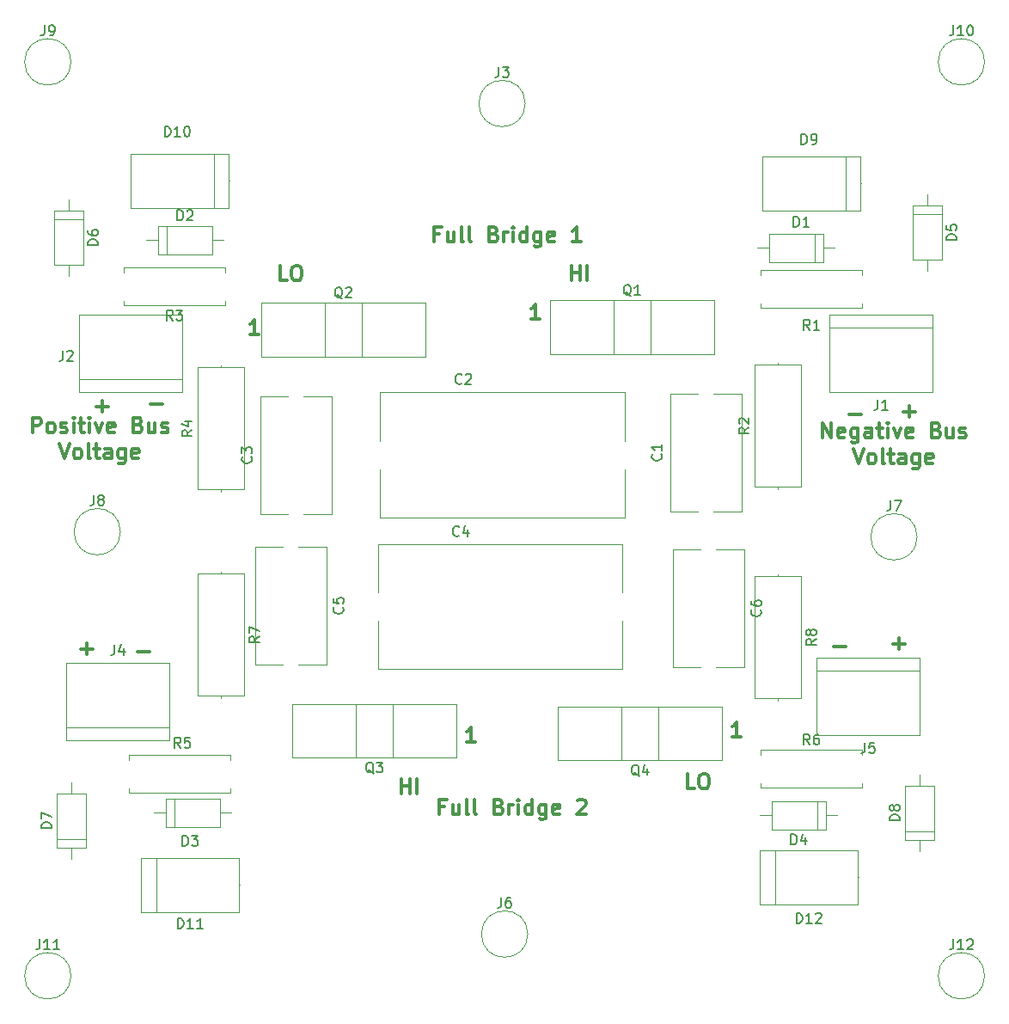
<source format=gbr>
G04 #@! TF.FileFunction,Legend,Top*
%FSLAX46Y46*%
G04 Gerber Fmt 4.6, Leading zero omitted, Abs format (unit mm)*
G04 Created by KiCad (PCBNEW 4.0.7) date 03/03/18 10:21:41*
%MOMM*%
%LPD*%
G01*
G04 APERTURE LIST*
%ADD10C,0.100000*%
%ADD11C,0.300000*%
%ADD12C,0.120000*%
%ADD13C,0.150000*%
G04 APERTURE END LIST*
D10*
D11*
X128968572Y-84689143D02*
X130111429Y-84689143D01*
X54800572Y-83927143D02*
X55943429Y-83927143D01*
X55372000Y-84498571D02*
X55372000Y-83355714D01*
X60134572Y-83673143D02*
X61277429Y-83673143D01*
X53276572Y-107803143D02*
X54419429Y-107803143D01*
X53848000Y-108374571D02*
X53848000Y-107231714D01*
X58864572Y-108057143D02*
X60007429Y-108057143D01*
X133286572Y-107295143D02*
X134429429Y-107295143D01*
X133858000Y-107866571D02*
X133858000Y-106723714D01*
X127444572Y-107549143D02*
X128587429Y-107549143D01*
X134302572Y-84435143D02*
X135445429Y-84435143D01*
X134874000Y-85006571D02*
X134874000Y-83863714D01*
X98472572Y-75354571D02*
X97615429Y-75354571D01*
X98044001Y-75354571D02*
X98044001Y-73854571D01*
X97901144Y-74068857D01*
X97758286Y-74211714D01*
X97615429Y-74283143D01*
X70786572Y-76878571D02*
X69929429Y-76878571D01*
X70358001Y-76878571D02*
X70358001Y-75378571D01*
X70215144Y-75592857D01*
X70072286Y-75735714D01*
X69929429Y-75807143D01*
X118284572Y-116502571D02*
X117427429Y-116502571D01*
X117856001Y-116502571D02*
X117856001Y-115002571D01*
X117713144Y-115216857D01*
X117570286Y-115359714D01*
X117427429Y-115431143D01*
X92122572Y-117010571D02*
X91265429Y-117010571D01*
X91694001Y-117010571D02*
X91694001Y-115510571D01*
X91551144Y-115724857D01*
X91408286Y-115867714D01*
X91265429Y-115939143D01*
X84812286Y-122090571D02*
X84812286Y-120590571D01*
X84812286Y-121304857D02*
X85669429Y-121304857D01*
X85669429Y-122090571D02*
X85669429Y-120590571D01*
X86383715Y-122090571D02*
X86383715Y-120590571D01*
X113724572Y-121582571D02*
X113010286Y-121582571D01*
X113010286Y-120082571D01*
X114510286Y-120082571D02*
X114796000Y-120082571D01*
X114938858Y-120154000D01*
X115081715Y-120296857D01*
X115153143Y-120582571D01*
X115153143Y-121082571D01*
X115081715Y-121368286D01*
X114938858Y-121511143D01*
X114796000Y-121582571D01*
X114510286Y-121582571D01*
X114367429Y-121511143D01*
X114224572Y-121368286D01*
X114153143Y-121082571D01*
X114153143Y-120582571D01*
X114224572Y-120296857D01*
X114367429Y-120154000D01*
X114510286Y-120082571D01*
X101576286Y-71544571D02*
X101576286Y-70044571D01*
X101576286Y-70758857D02*
X102433429Y-70758857D01*
X102433429Y-71544571D02*
X102433429Y-70044571D01*
X103147715Y-71544571D02*
X103147715Y-70044571D01*
X73592572Y-71544571D02*
X72878286Y-71544571D01*
X72878286Y-70044571D01*
X74378286Y-70044571D02*
X74664000Y-70044571D01*
X74806858Y-70116000D01*
X74949715Y-70258857D01*
X75021143Y-70544571D01*
X75021143Y-71044571D01*
X74949715Y-71330286D01*
X74806858Y-71473143D01*
X74664000Y-71544571D01*
X74378286Y-71544571D01*
X74235429Y-71473143D01*
X74092572Y-71330286D01*
X74021143Y-71044571D01*
X74021143Y-70544571D01*
X74092572Y-70258857D01*
X74235429Y-70116000D01*
X74378286Y-70044571D01*
X89079430Y-123336857D02*
X88579430Y-123336857D01*
X88579430Y-124122571D02*
X88579430Y-122622571D01*
X89293716Y-122622571D01*
X90508001Y-123122571D02*
X90508001Y-124122571D01*
X89865144Y-123122571D02*
X89865144Y-123908286D01*
X89936572Y-124051143D01*
X90079430Y-124122571D01*
X90293715Y-124122571D01*
X90436572Y-124051143D01*
X90508001Y-123979714D01*
X91436573Y-124122571D02*
X91293715Y-124051143D01*
X91222287Y-123908286D01*
X91222287Y-122622571D01*
X92222287Y-124122571D02*
X92079429Y-124051143D01*
X92008001Y-123908286D01*
X92008001Y-122622571D01*
X94436572Y-123336857D02*
X94650858Y-123408286D01*
X94722286Y-123479714D01*
X94793715Y-123622571D01*
X94793715Y-123836857D01*
X94722286Y-123979714D01*
X94650858Y-124051143D01*
X94508000Y-124122571D01*
X93936572Y-124122571D01*
X93936572Y-122622571D01*
X94436572Y-122622571D01*
X94579429Y-122694000D01*
X94650858Y-122765429D01*
X94722286Y-122908286D01*
X94722286Y-123051143D01*
X94650858Y-123194000D01*
X94579429Y-123265429D01*
X94436572Y-123336857D01*
X93936572Y-123336857D01*
X95436572Y-124122571D02*
X95436572Y-123122571D01*
X95436572Y-123408286D02*
X95508000Y-123265429D01*
X95579429Y-123194000D01*
X95722286Y-123122571D01*
X95865143Y-123122571D01*
X96365143Y-124122571D02*
X96365143Y-123122571D01*
X96365143Y-122622571D02*
X96293714Y-122694000D01*
X96365143Y-122765429D01*
X96436571Y-122694000D01*
X96365143Y-122622571D01*
X96365143Y-122765429D01*
X97722286Y-124122571D02*
X97722286Y-122622571D01*
X97722286Y-124051143D02*
X97579429Y-124122571D01*
X97293715Y-124122571D01*
X97150857Y-124051143D01*
X97079429Y-123979714D01*
X97008000Y-123836857D01*
X97008000Y-123408286D01*
X97079429Y-123265429D01*
X97150857Y-123194000D01*
X97293715Y-123122571D01*
X97579429Y-123122571D01*
X97722286Y-123194000D01*
X99079429Y-123122571D02*
X99079429Y-124336857D01*
X99008000Y-124479714D01*
X98936572Y-124551143D01*
X98793715Y-124622571D01*
X98579429Y-124622571D01*
X98436572Y-124551143D01*
X99079429Y-124051143D02*
X98936572Y-124122571D01*
X98650858Y-124122571D01*
X98508000Y-124051143D01*
X98436572Y-123979714D01*
X98365143Y-123836857D01*
X98365143Y-123408286D01*
X98436572Y-123265429D01*
X98508000Y-123194000D01*
X98650858Y-123122571D01*
X98936572Y-123122571D01*
X99079429Y-123194000D01*
X100365143Y-124051143D02*
X100222286Y-124122571D01*
X99936572Y-124122571D01*
X99793715Y-124051143D01*
X99722286Y-123908286D01*
X99722286Y-123336857D01*
X99793715Y-123194000D01*
X99936572Y-123122571D01*
X100222286Y-123122571D01*
X100365143Y-123194000D01*
X100436572Y-123336857D01*
X100436572Y-123479714D01*
X99722286Y-123622571D01*
X102150857Y-122765429D02*
X102222286Y-122694000D01*
X102365143Y-122622571D01*
X102722286Y-122622571D01*
X102865143Y-122694000D01*
X102936572Y-122765429D01*
X103008000Y-122908286D01*
X103008000Y-123051143D01*
X102936572Y-123265429D01*
X102079429Y-124122571D01*
X103008000Y-124122571D01*
X88571430Y-66948857D02*
X88071430Y-66948857D01*
X88071430Y-67734571D02*
X88071430Y-66234571D01*
X88785716Y-66234571D01*
X90000001Y-66734571D02*
X90000001Y-67734571D01*
X89357144Y-66734571D02*
X89357144Y-67520286D01*
X89428572Y-67663143D01*
X89571430Y-67734571D01*
X89785715Y-67734571D01*
X89928572Y-67663143D01*
X90000001Y-67591714D01*
X90928573Y-67734571D02*
X90785715Y-67663143D01*
X90714287Y-67520286D01*
X90714287Y-66234571D01*
X91714287Y-67734571D02*
X91571429Y-67663143D01*
X91500001Y-67520286D01*
X91500001Y-66234571D01*
X93928572Y-66948857D02*
X94142858Y-67020286D01*
X94214286Y-67091714D01*
X94285715Y-67234571D01*
X94285715Y-67448857D01*
X94214286Y-67591714D01*
X94142858Y-67663143D01*
X94000000Y-67734571D01*
X93428572Y-67734571D01*
X93428572Y-66234571D01*
X93928572Y-66234571D01*
X94071429Y-66306000D01*
X94142858Y-66377429D01*
X94214286Y-66520286D01*
X94214286Y-66663143D01*
X94142858Y-66806000D01*
X94071429Y-66877429D01*
X93928572Y-66948857D01*
X93428572Y-66948857D01*
X94928572Y-67734571D02*
X94928572Y-66734571D01*
X94928572Y-67020286D02*
X95000000Y-66877429D01*
X95071429Y-66806000D01*
X95214286Y-66734571D01*
X95357143Y-66734571D01*
X95857143Y-67734571D02*
X95857143Y-66734571D01*
X95857143Y-66234571D02*
X95785714Y-66306000D01*
X95857143Y-66377429D01*
X95928571Y-66306000D01*
X95857143Y-66234571D01*
X95857143Y-66377429D01*
X97214286Y-67734571D02*
X97214286Y-66234571D01*
X97214286Y-67663143D02*
X97071429Y-67734571D01*
X96785715Y-67734571D01*
X96642857Y-67663143D01*
X96571429Y-67591714D01*
X96500000Y-67448857D01*
X96500000Y-67020286D01*
X96571429Y-66877429D01*
X96642857Y-66806000D01*
X96785715Y-66734571D01*
X97071429Y-66734571D01*
X97214286Y-66806000D01*
X98571429Y-66734571D02*
X98571429Y-67948857D01*
X98500000Y-68091714D01*
X98428572Y-68163143D01*
X98285715Y-68234571D01*
X98071429Y-68234571D01*
X97928572Y-68163143D01*
X98571429Y-67663143D02*
X98428572Y-67734571D01*
X98142858Y-67734571D01*
X98000000Y-67663143D01*
X97928572Y-67591714D01*
X97857143Y-67448857D01*
X97857143Y-67020286D01*
X97928572Y-66877429D01*
X98000000Y-66806000D01*
X98142858Y-66734571D01*
X98428572Y-66734571D01*
X98571429Y-66806000D01*
X99857143Y-67663143D02*
X99714286Y-67734571D01*
X99428572Y-67734571D01*
X99285715Y-67663143D01*
X99214286Y-67520286D01*
X99214286Y-66948857D01*
X99285715Y-66806000D01*
X99428572Y-66734571D01*
X99714286Y-66734571D01*
X99857143Y-66806000D01*
X99928572Y-66948857D01*
X99928572Y-67091714D01*
X99214286Y-67234571D01*
X102500000Y-67734571D02*
X101642857Y-67734571D01*
X102071429Y-67734571D02*
X102071429Y-66234571D01*
X101928572Y-66448857D01*
X101785714Y-66591714D01*
X101642857Y-66663143D01*
X126314286Y-87033571D02*
X126314286Y-85533571D01*
X127171429Y-87033571D01*
X127171429Y-85533571D01*
X128457143Y-86962143D02*
X128314286Y-87033571D01*
X128028572Y-87033571D01*
X127885715Y-86962143D01*
X127814286Y-86819286D01*
X127814286Y-86247857D01*
X127885715Y-86105000D01*
X128028572Y-86033571D01*
X128314286Y-86033571D01*
X128457143Y-86105000D01*
X128528572Y-86247857D01*
X128528572Y-86390714D01*
X127814286Y-86533571D01*
X129814286Y-86033571D02*
X129814286Y-87247857D01*
X129742857Y-87390714D01*
X129671429Y-87462143D01*
X129528572Y-87533571D01*
X129314286Y-87533571D01*
X129171429Y-87462143D01*
X129814286Y-86962143D02*
X129671429Y-87033571D01*
X129385715Y-87033571D01*
X129242857Y-86962143D01*
X129171429Y-86890714D01*
X129100000Y-86747857D01*
X129100000Y-86319286D01*
X129171429Y-86176429D01*
X129242857Y-86105000D01*
X129385715Y-86033571D01*
X129671429Y-86033571D01*
X129814286Y-86105000D01*
X131171429Y-87033571D02*
X131171429Y-86247857D01*
X131100000Y-86105000D01*
X130957143Y-86033571D01*
X130671429Y-86033571D01*
X130528572Y-86105000D01*
X131171429Y-86962143D02*
X131028572Y-87033571D01*
X130671429Y-87033571D01*
X130528572Y-86962143D01*
X130457143Y-86819286D01*
X130457143Y-86676429D01*
X130528572Y-86533571D01*
X130671429Y-86462143D01*
X131028572Y-86462143D01*
X131171429Y-86390714D01*
X131671429Y-86033571D02*
X132242858Y-86033571D01*
X131885715Y-85533571D02*
X131885715Y-86819286D01*
X131957143Y-86962143D01*
X132100001Y-87033571D01*
X132242858Y-87033571D01*
X132742858Y-87033571D02*
X132742858Y-86033571D01*
X132742858Y-85533571D02*
X132671429Y-85605000D01*
X132742858Y-85676429D01*
X132814286Y-85605000D01*
X132742858Y-85533571D01*
X132742858Y-85676429D01*
X133314287Y-86033571D02*
X133671430Y-87033571D01*
X134028572Y-86033571D01*
X135171429Y-86962143D02*
X135028572Y-87033571D01*
X134742858Y-87033571D01*
X134600001Y-86962143D01*
X134528572Y-86819286D01*
X134528572Y-86247857D01*
X134600001Y-86105000D01*
X134742858Y-86033571D01*
X135028572Y-86033571D01*
X135171429Y-86105000D01*
X135242858Y-86247857D01*
X135242858Y-86390714D01*
X134528572Y-86533571D01*
X137528572Y-86247857D02*
X137742858Y-86319286D01*
X137814286Y-86390714D01*
X137885715Y-86533571D01*
X137885715Y-86747857D01*
X137814286Y-86890714D01*
X137742858Y-86962143D01*
X137600000Y-87033571D01*
X137028572Y-87033571D01*
X137028572Y-85533571D01*
X137528572Y-85533571D01*
X137671429Y-85605000D01*
X137742858Y-85676429D01*
X137814286Y-85819286D01*
X137814286Y-85962143D01*
X137742858Y-86105000D01*
X137671429Y-86176429D01*
X137528572Y-86247857D01*
X137028572Y-86247857D01*
X139171429Y-86033571D02*
X139171429Y-87033571D01*
X138528572Y-86033571D02*
X138528572Y-86819286D01*
X138600000Y-86962143D01*
X138742858Y-87033571D01*
X138957143Y-87033571D01*
X139100000Y-86962143D01*
X139171429Y-86890714D01*
X139814286Y-86962143D02*
X139957143Y-87033571D01*
X140242858Y-87033571D01*
X140385715Y-86962143D01*
X140457143Y-86819286D01*
X140457143Y-86747857D01*
X140385715Y-86605000D01*
X140242858Y-86533571D01*
X140028572Y-86533571D01*
X139885715Y-86462143D01*
X139814286Y-86319286D01*
X139814286Y-86247857D01*
X139885715Y-86105000D01*
X140028572Y-86033571D01*
X140242858Y-86033571D01*
X140385715Y-86105000D01*
X129350000Y-88083571D02*
X129850000Y-89583571D01*
X130350000Y-88083571D01*
X131064286Y-89583571D02*
X130921428Y-89512143D01*
X130850000Y-89440714D01*
X130778571Y-89297857D01*
X130778571Y-88869286D01*
X130850000Y-88726429D01*
X130921428Y-88655000D01*
X131064286Y-88583571D01*
X131278571Y-88583571D01*
X131421428Y-88655000D01*
X131492857Y-88726429D01*
X131564286Y-88869286D01*
X131564286Y-89297857D01*
X131492857Y-89440714D01*
X131421428Y-89512143D01*
X131278571Y-89583571D01*
X131064286Y-89583571D01*
X132421429Y-89583571D02*
X132278571Y-89512143D01*
X132207143Y-89369286D01*
X132207143Y-88083571D01*
X132778571Y-88583571D02*
X133350000Y-88583571D01*
X132992857Y-88083571D02*
X132992857Y-89369286D01*
X133064285Y-89512143D01*
X133207143Y-89583571D01*
X133350000Y-89583571D01*
X134492857Y-89583571D02*
X134492857Y-88797857D01*
X134421428Y-88655000D01*
X134278571Y-88583571D01*
X133992857Y-88583571D01*
X133850000Y-88655000D01*
X134492857Y-89512143D02*
X134350000Y-89583571D01*
X133992857Y-89583571D01*
X133850000Y-89512143D01*
X133778571Y-89369286D01*
X133778571Y-89226429D01*
X133850000Y-89083571D01*
X133992857Y-89012143D01*
X134350000Y-89012143D01*
X134492857Y-88940714D01*
X135850000Y-88583571D02*
X135850000Y-89797857D01*
X135778571Y-89940714D01*
X135707143Y-90012143D01*
X135564286Y-90083571D01*
X135350000Y-90083571D01*
X135207143Y-90012143D01*
X135850000Y-89512143D02*
X135707143Y-89583571D01*
X135421429Y-89583571D01*
X135278571Y-89512143D01*
X135207143Y-89440714D01*
X135135714Y-89297857D01*
X135135714Y-88869286D01*
X135207143Y-88726429D01*
X135278571Y-88655000D01*
X135421429Y-88583571D01*
X135707143Y-88583571D01*
X135850000Y-88655000D01*
X137135714Y-89512143D02*
X136992857Y-89583571D01*
X136707143Y-89583571D01*
X136564286Y-89512143D01*
X136492857Y-89369286D01*
X136492857Y-88797857D01*
X136564286Y-88655000D01*
X136707143Y-88583571D01*
X136992857Y-88583571D01*
X137135714Y-88655000D01*
X137207143Y-88797857D01*
X137207143Y-88940714D01*
X136492857Y-89083571D01*
X48475143Y-86525571D02*
X48475143Y-85025571D01*
X49046571Y-85025571D01*
X49189429Y-85097000D01*
X49260857Y-85168429D01*
X49332286Y-85311286D01*
X49332286Y-85525571D01*
X49260857Y-85668429D01*
X49189429Y-85739857D01*
X49046571Y-85811286D01*
X48475143Y-85811286D01*
X50189429Y-86525571D02*
X50046571Y-86454143D01*
X49975143Y-86382714D01*
X49903714Y-86239857D01*
X49903714Y-85811286D01*
X49975143Y-85668429D01*
X50046571Y-85597000D01*
X50189429Y-85525571D01*
X50403714Y-85525571D01*
X50546571Y-85597000D01*
X50618000Y-85668429D01*
X50689429Y-85811286D01*
X50689429Y-86239857D01*
X50618000Y-86382714D01*
X50546571Y-86454143D01*
X50403714Y-86525571D01*
X50189429Y-86525571D01*
X51260857Y-86454143D02*
X51403714Y-86525571D01*
X51689429Y-86525571D01*
X51832286Y-86454143D01*
X51903714Y-86311286D01*
X51903714Y-86239857D01*
X51832286Y-86097000D01*
X51689429Y-86025571D01*
X51475143Y-86025571D01*
X51332286Y-85954143D01*
X51260857Y-85811286D01*
X51260857Y-85739857D01*
X51332286Y-85597000D01*
X51475143Y-85525571D01*
X51689429Y-85525571D01*
X51832286Y-85597000D01*
X52546572Y-86525571D02*
X52546572Y-85525571D01*
X52546572Y-85025571D02*
X52475143Y-85097000D01*
X52546572Y-85168429D01*
X52618000Y-85097000D01*
X52546572Y-85025571D01*
X52546572Y-85168429D01*
X53046572Y-85525571D02*
X53618001Y-85525571D01*
X53260858Y-85025571D02*
X53260858Y-86311286D01*
X53332286Y-86454143D01*
X53475144Y-86525571D01*
X53618001Y-86525571D01*
X54118001Y-86525571D02*
X54118001Y-85525571D01*
X54118001Y-85025571D02*
X54046572Y-85097000D01*
X54118001Y-85168429D01*
X54189429Y-85097000D01*
X54118001Y-85025571D01*
X54118001Y-85168429D01*
X54689430Y-85525571D02*
X55046573Y-86525571D01*
X55403715Y-85525571D01*
X56546572Y-86454143D02*
X56403715Y-86525571D01*
X56118001Y-86525571D01*
X55975144Y-86454143D01*
X55903715Y-86311286D01*
X55903715Y-85739857D01*
X55975144Y-85597000D01*
X56118001Y-85525571D01*
X56403715Y-85525571D01*
X56546572Y-85597000D01*
X56618001Y-85739857D01*
X56618001Y-85882714D01*
X55903715Y-86025571D01*
X58903715Y-85739857D02*
X59118001Y-85811286D01*
X59189429Y-85882714D01*
X59260858Y-86025571D01*
X59260858Y-86239857D01*
X59189429Y-86382714D01*
X59118001Y-86454143D01*
X58975143Y-86525571D01*
X58403715Y-86525571D01*
X58403715Y-85025571D01*
X58903715Y-85025571D01*
X59046572Y-85097000D01*
X59118001Y-85168429D01*
X59189429Y-85311286D01*
X59189429Y-85454143D01*
X59118001Y-85597000D01*
X59046572Y-85668429D01*
X58903715Y-85739857D01*
X58403715Y-85739857D01*
X60546572Y-85525571D02*
X60546572Y-86525571D01*
X59903715Y-85525571D02*
X59903715Y-86311286D01*
X59975143Y-86454143D01*
X60118001Y-86525571D01*
X60332286Y-86525571D01*
X60475143Y-86454143D01*
X60546572Y-86382714D01*
X61189429Y-86454143D02*
X61332286Y-86525571D01*
X61618001Y-86525571D01*
X61760858Y-86454143D01*
X61832286Y-86311286D01*
X61832286Y-86239857D01*
X61760858Y-86097000D01*
X61618001Y-86025571D01*
X61403715Y-86025571D01*
X61260858Y-85954143D01*
X61189429Y-85811286D01*
X61189429Y-85739857D01*
X61260858Y-85597000D01*
X61403715Y-85525571D01*
X61618001Y-85525571D01*
X61760858Y-85597000D01*
X51118000Y-87575571D02*
X51618000Y-89075571D01*
X52118000Y-87575571D01*
X52832286Y-89075571D02*
X52689428Y-89004143D01*
X52618000Y-88932714D01*
X52546571Y-88789857D01*
X52546571Y-88361286D01*
X52618000Y-88218429D01*
X52689428Y-88147000D01*
X52832286Y-88075571D01*
X53046571Y-88075571D01*
X53189428Y-88147000D01*
X53260857Y-88218429D01*
X53332286Y-88361286D01*
X53332286Y-88789857D01*
X53260857Y-88932714D01*
X53189428Y-89004143D01*
X53046571Y-89075571D01*
X52832286Y-89075571D01*
X54189429Y-89075571D02*
X54046571Y-89004143D01*
X53975143Y-88861286D01*
X53975143Y-87575571D01*
X54546571Y-88075571D02*
X55118000Y-88075571D01*
X54760857Y-87575571D02*
X54760857Y-88861286D01*
X54832285Y-89004143D01*
X54975143Y-89075571D01*
X55118000Y-89075571D01*
X56260857Y-89075571D02*
X56260857Y-88289857D01*
X56189428Y-88147000D01*
X56046571Y-88075571D01*
X55760857Y-88075571D01*
X55618000Y-88147000D01*
X56260857Y-89004143D02*
X56118000Y-89075571D01*
X55760857Y-89075571D01*
X55618000Y-89004143D01*
X55546571Y-88861286D01*
X55546571Y-88718429D01*
X55618000Y-88575571D01*
X55760857Y-88504143D01*
X56118000Y-88504143D01*
X56260857Y-88432714D01*
X57618000Y-88075571D02*
X57618000Y-89289857D01*
X57546571Y-89432714D01*
X57475143Y-89504143D01*
X57332286Y-89575571D01*
X57118000Y-89575571D01*
X56975143Y-89504143D01*
X57618000Y-89004143D02*
X57475143Y-89075571D01*
X57189429Y-89075571D01*
X57046571Y-89004143D01*
X56975143Y-88932714D01*
X56903714Y-88789857D01*
X56903714Y-88361286D01*
X56975143Y-88218429D01*
X57046571Y-88147000D01*
X57189429Y-88075571D01*
X57475143Y-88075571D01*
X57618000Y-88147000D01*
X58903714Y-89004143D02*
X58760857Y-89075571D01*
X58475143Y-89075571D01*
X58332286Y-89004143D01*
X58260857Y-88861286D01*
X58260857Y-88289857D01*
X58332286Y-88147000D01*
X58475143Y-88075571D01*
X58760857Y-88075571D01*
X58903714Y-88147000D01*
X58975143Y-88289857D01*
X58975143Y-88432714D01*
X58260857Y-88575571D01*
D12*
X116412000Y-118783000D02*
X100272000Y-118783000D01*
X116412000Y-113512000D02*
X100272000Y-113512000D01*
X116412000Y-118783000D02*
X116412000Y-113512000D01*
X100272000Y-118783000D02*
X100272000Y-113512000D01*
X110146000Y-118783000D02*
X110146000Y-113512000D01*
X106537000Y-118783000D02*
X106537000Y-113512000D01*
X111298000Y-94282000D02*
X111298000Y-82662000D01*
X118318000Y-94282000D02*
X118318000Y-82662000D01*
X111298000Y-94282000D02*
X114058000Y-94282000D01*
X115558000Y-94282000D02*
X118318000Y-94282000D01*
X111298000Y-82662000D02*
X114058000Y-82662000D01*
X115558000Y-82662000D02*
X118318000Y-82662000D01*
X106798000Y-94878000D02*
X82678000Y-94878000D01*
X106798000Y-82558000D02*
X82678000Y-82558000D01*
X106798000Y-94878000D02*
X106798000Y-90113000D01*
X106798000Y-87323000D02*
X106798000Y-82558000D01*
X82678000Y-94878000D02*
X82678000Y-90113000D01*
X82678000Y-87323000D02*
X82678000Y-82558000D01*
X70912000Y-94536000D02*
X70912000Y-82916000D01*
X77932000Y-94536000D02*
X77932000Y-82916000D01*
X70912000Y-94536000D02*
X73672000Y-94536000D01*
X75172000Y-94536000D02*
X77932000Y-94536000D01*
X70912000Y-82916000D02*
X73672000Y-82916000D01*
X75172000Y-82916000D02*
X77932000Y-82916000D01*
X82502000Y-97472000D02*
X106622000Y-97472000D01*
X82502000Y-109792000D02*
X106622000Y-109792000D01*
X82502000Y-97472000D02*
X82502000Y-102237000D01*
X82502000Y-105027000D02*
X82502000Y-109792000D01*
X106622000Y-97472000D02*
X106622000Y-102237000D01*
X106622000Y-105027000D02*
X106622000Y-109792000D01*
X77424000Y-97742000D02*
X77424000Y-109362000D01*
X70404000Y-97742000D02*
X70404000Y-109362000D01*
X77424000Y-97742000D02*
X74664000Y-97742000D01*
X73164000Y-97742000D02*
X70404000Y-97742000D01*
X77424000Y-109362000D02*
X74664000Y-109362000D01*
X73164000Y-109362000D02*
X70404000Y-109362000D01*
X118572000Y-97996000D02*
X118572000Y-109616000D01*
X111552000Y-97996000D02*
X111552000Y-109616000D01*
X118572000Y-97996000D02*
X115812000Y-97996000D01*
X114312000Y-97996000D02*
X111552000Y-97996000D01*
X118572000Y-109616000D02*
X115812000Y-109616000D01*
X114312000Y-109616000D02*
X111552000Y-109616000D01*
X127000000Y-76200000D02*
X137160000Y-76200000D01*
X127000000Y-74930000D02*
X127000000Y-82550000D01*
X127000000Y-82550000D02*
X137160000Y-82550000D01*
X137160000Y-82550000D02*
X137160000Y-74930000D01*
X137160000Y-74930000D02*
X127000000Y-74930000D01*
X63246000Y-81280000D02*
X53086000Y-81280000D01*
X63246000Y-82550000D02*
X63246000Y-74930000D01*
X63246000Y-74930000D02*
X53086000Y-74930000D01*
X53086000Y-74930000D02*
X53086000Y-82550000D01*
X53086000Y-82550000D02*
X63246000Y-82550000D01*
X97028000Y-54102000D02*
G75*
G03X97028000Y-54102000I-2286000J0D01*
G01*
X61976000Y-115570000D02*
X51816000Y-115570000D01*
X61976000Y-116840000D02*
X61976000Y-109220000D01*
X61976000Y-109220000D02*
X51816000Y-109220000D01*
X51816000Y-109220000D02*
X51816000Y-116840000D01*
X51816000Y-116840000D02*
X61976000Y-116840000D01*
X125730000Y-109982000D02*
X135890000Y-109982000D01*
X125730000Y-108712000D02*
X125730000Y-116332000D01*
X125730000Y-116332000D02*
X135890000Y-116332000D01*
X135890000Y-116332000D02*
X135890000Y-108712000D01*
X135890000Y-108712000D02*
X125730000Y-108712000D01*
X97282000Y-135890000D02*
G75*
G03X97282000Y-135890000I-2286000J0D01*
G01*
X135636000Y-96774000D02*
G75*
G03X135636000Y-96774000I-2286000J0D01*
G01*
X57150000Y-96266000D02*
G75*
G03X57150000Y-96266000I-2286000J0D01*
G01*
X99488000Y-73495000D02*
X115628000Y-73495000D01*
X99488000Y-78766000D02*
X115628000Y-78766000D01*
X99488000Y-73495000D02*
X99488000Y-78766000D01*
X115628000Y-73495000D02*
X115628000Y-78766000D01*
X105754000Y-73495000D02*
X105754000Y-78766000D01*
X109363000Y-73495000D02*
X109363000Y-78766000D01*
X71040000Y-73749000D02*
X87180000Y-73749000D01*
X71040000Y-79020000D02*
X87180000Y-79020000D01*
X71040000Y-73749000D02*
X71040000Y-79020000D01*
X87180000Y-73749000D02*
X87180000Y-79020000D01*
X77306000Y-73749000D02*
X77306000Y-79020000D01*
X80915000Y-73749000D02*
X80915000Y-79020000D01*
X90250000Y-118529000D02*
X74110000Y-118529000D01*
X90250000Y-113258000D02*
X74110000Y-113258000D01*
X90250000Y-118529000D02*
X90250000Y-113258000D01*
X74110000Y-118529000D02*
X74110000Y-113258000D01*
X83984000Y-118529000D02*
X83984000Y-113258000D01*
X80375000Y-118529000D02*
X80375000Y-113258000D01*
X119610000Y-91862000D02*
X124230000Y-91862000D01*
X124230000Y-91862000D02*
X124230000Y-79842000D01*
X124230000Y-79842000D02*
X119610000Y-79842000D01*
X119610000Y-79842000D02*
X119610000Y-91862000D01*
X121920000Y-92092000D02*
X121920000Y-91862000D01*
X121920000Y-79612000D02*
X121920000Y-79842000D01*
X64746000Y-92116000D02*
X69366000Y-92116000D01*
X69366000Y-92116000D02*
X69366000Y-80096000D01*
X69366000Y-80096000D02*
X64746000Y-80096000D01*
X64746000Y-80096000D02*
X64746000Y-92116000D01*
X67056000Y-92346000D02*
X67056000Y-92116000D01*
X67056000Y-79866000D02*
X67056000Y-80096000D01*
X69366000Y-100416000D02*
X64746000Y-100416000D01*
X64746000Y-100416000D02*
X64746000Y-112436000D01*
X64746000Y-112436000D02*
X69366000Y-112436000D01*
X69366000Y-112436000D02*
X69366000Y-100416000D01*
X67056000Y-100186000D02*
X67056000Y-100416000D01*
X67056000Y-112666000D02*
X67056000Y-112436000D01*
X124230000Y-100670000D02*
X119610000Y-100670000D01*
X119610000Y-100670000D02*
X119610000Y-112690000D01*
X119610000Y-112690000D02*
X124230000Y-112690000D01*
X124230000Y-112690000D02*
X124230000Y-100670000D01*
X121920000Y-100440000D02*
X121920000Y-100670000D01*
X121920000Y-112920000D02*
X121920000Y-112690000D01*
X52286000Y-50000000D02*
G75*
G03X52286000Y-50000000I-2286000J0D01*
G01*
X142286000Y-50000000D02*
G75*
G03X142286000Y-50000000I-2286000J0D01*
G01*
X52286000Y-140000000D02*
G75*
G03X52286000Y-140000000I-2286000J0D01*
G01*
X142286000Y-140000000D02*
G75*
G03X142286000Y-140000000I-2286000J0D01*
G01*
X53480000Y-64650000D02*
X50660000Y-64650000D01*
X50660000Y-64650000D02*
X50660000Y-69970000D01*
X50660000Y-69970000D02*
X53480000Y-69970000D01*
X53480000Y-69970000D02*
X53480000Y-64650000D01*
X52070000Y-63510000D02*
X52070000Y-64650000D01*
X52070000Y-71110000D02*
X52070000Y-69970000D01*
X53480000Y-65490000D02*
X50660000Y-65490000D01*
X134480000Y-126612000D02*
X137300000Y-126612000D01*
X137300000Y-126612000D02*
X137300000Y-121292000D01*
X137300000Y-121292000D02*
X134480000Y-121292000D01*
X134480000Y-121292000D02*
X134480000Y-126612000D01*
X135890000Y-127752000D02*
X135890000Y-126612000D01*
X135890000Y-120152000D02*
X135890000Y-121292000D01*
X134480000Y-125772000D02*
X137300000Y-125772000D01*
X50914000Y-127374000D02*
X53734000Y-127374000D01*
X53734000Y-127374000D02*
X53734000Y-122054000D01*
X53734000Y-122054000D02*
X50914000Y-122054000D01*
X50914000Y-122054000D02*
X50914000Y-127374000D01*
X52324000Y-128514000D02*
X52324000Y-127374000D01*
X52324000Y-120914000D02*
X52324000Y-122054000D01*
X50914000Y-126534000D02*
X53734000Y-126534000D01*
X138062000Y-64142000D02*
X135242000Y-64142000D01*
X135242000Y-64142000D02*
X135242000Y-69462000D01*
X135242000Y-69462000D02*
X138062000Y-69462000D01*
X138062000Y-69462000D02*
X138062000Y-64142000D01*
X136652000Y-63002000D02*
X136652000Y-64142000D01*
X136652000Y-70602000D02*
X136652000Y-69462000D01*
X138062000Y-64982000D02*
X135242000Y-64982000D01*
X126358000Y-69736000D02*
X126358000Y-66916000D01*
X126358000Y-66916000D02*
X121038000Y-66916000D01*
X121038000Y-66916000D02*
X121038000Y-69736000D01*
X121038000Y-69736000D02*
X126358000Y-69736000D01*
X127498000Y-68326000D02*
X126358000Y-68326000D01*
X119898000Y-68326000D02*
X121038000Y-68326000D01*
X125518000Y-69736000D02*
X125518000Y-66916000D01*
X60840000Y-66154000D02*
X60840000Y-68974000D01*
X60840000Y-68974000D02*
X66160000Y-68974000D01*
X66160000Y-68974000D02*
X66160000Y-66154000D01*
X66160000Y-66154000D02*
X60840000Y-66154000D01*
X59700000Y-67564000D02*
X60840000Y-67564000D01*
X67300000Y-67564000D02*
X66160000Y-67564000D01*
X61680000Y-66154000D02*
X61680000Y-68974000D01*
X126612000Y-125616000D02*
X126612000Y-122796000D01*
X126612000Y-122796000D02*
X121292000Y-122796000D01*
X121292000Y-122796000D02*
X121292000Y-125616000D01*
X121292000Y-125616000D02*
X126612000Y-125616000D01*
X127752000Y-124206000D02*
X126612000Y-124206000D01*
X120152000Y-124206000D02*
X121292000Y-124206000D01*
X125772000Y-125616000D02*
X125772000Y-122796000D01*
X120212000Y-71010000D02*
X120212000Y-70530000D01*
X120212000Y-70530000D02*
X130232000Y-70530000D01*
X130232000Y-70530000D02*
X130232000Y-71010000D01*
X120212000Y-73770000D02*
X120212000Y-74250000D01*
X120212000Y-74250000D02*
X130232000Y-74250000D01*
X130232000Y-74250000D02*
X130232000Y-73770000D01*
X67494000Y-73516000D02*
X67494000Y-73996000D01*
X67494000Y-73996000D02*
X57474000Y-73996000D01*
X57474000Y-73996000D02*
X57474000Y-73516000D01*
X67494000Y-70756000D02*
X67494000Y-70276000D01*
X67494000Y-70276000D02*
X57474000Y-70276000D01*
X57474000Y-70276000D02*
X57474000Y-70756000D01*
X120212000Y-118254000D02*
X120212000Y-117774000D01*
X120212000Y-117774000D02*
X130232000Y-117774000D01*
X130232000Y-117774000D02*
X130232000Y-118254000D01*
X120212000Y-121014000D02*
X120212000Y-121494000D01*
X120212000Y-121494000D02*
X130232000Y-121494000D01*
X130232000Y-121494000D02*
X130232000Y-121014000D01*
X61602000Y-122542000D02*
X61602000Y-125362000D01*
X61602000Y-125362000D02*
X66922000Y-125362000D01*
X66922000Y-125362000D02*
X66922000Y-122542000D01*
X66922000Y-122542000D02*
X61602000Y-122542000D01*
X60462000Y-123952000D02*
X61602000Y-123952000D01*
X68062000Y-123952000D02*
X66922000Y-123952000D01*
X62442000Y-122542000D02*
X62442000Y-125362000D01*
X68002000Y-121522000D02*
X68002000Y-122002000D01*
X68002000Y-122002000D02*
X57982000Y-122002000D01*
X57982000Y-122002000D02*
X57982000Y-121522000D01*
X68002000Y-118762000D02*
X68002000Y-118282000D01*
X68002000Y-118282000D02*
X57982000Y-118282000D01*
X57982000Y-118282000D02*
X57982000Y-118762000D01*
X130047000Y-64641000D02*
X130047000Y-59311000D01*
X130047000Y-59311000D02*
X120397000Y-59311000D01*
X120397000Y-59311000D02*
X120397000Y-64641000D01*
X120397000Y-64641000D02*
X130047000Y-64641000D01*
X130092000Y-61976000D02*
X130047000Y-61976000D01*
X120352000Y-61976000D02*
X120397000Y-61976000D01*
X128557500Y-64641000D02*
X128557500Y-59311000D01*
X67817000Y-64387000D02*
X67817000Y-59057000D01*
X67817000Y-59057000D02*
X58167000Y-59057000D01*
X58167000Y-59057000D02*
X58167000Y-64387000D01*
X58167000Y-64387000D02*
X67817000Y-64387000D01*
X67862000Y-61722000D02*
X67817000Y-61722000D01*
X58122000Y-61722000D02*
X58167000Y-61722000D01*
X66327500Y-64387000D02*
X66327500Y-59057000D01*
X59183000Y-128399000D02*
X59183000Y-133729000D01*
X59183000Y-133729000D02*
X68833000Y-133729000D01*
X68833000Y-133729000D02*
X68833000Y-128399000D01*
X68833000Y-128399000D02*
X59183000Y-128399000D01*
X59138000Y-131064000D02*
X59183000Y-131064000D01*
X68878000Y-131064000D02*
X68833000Y-131064000D01*
X60672500Y-128399000D02*
X60672500Y-133729000D01*
X120143000Y-127637000D02*
X120143000Y-132967000D01*
X120143000Y-132967000D02*
X129793000Y-132967000D01*
X129793000Y-132967000D02*
X129793000Y-127637000D01*
X129793000Y-127637000D02*
X120143000Y-127637000D01*
X120098000Y-130302000D02*
X120143000Y-130302000D01*
X129838000Y-130302000D02*
X129793000Y-130302000D01*
X121632500Y-127637000D02*
X121632500Y-132967000D01*
D13*
X108246762Y-120329619D02*
X108151524Y-120282000D01*
X108056286Y-120186762D01*
X107913429Y-120043905D01*
X107818190Y-119996286D01*
X107722952Y-119996286D01*
X107770571Y-120234381D02*
X107675333Y-120186762D01*
X107580095Y-120091524D01*
X107532476Y-119901048D01*
X107532476Y-119567714D01*
X107580095Y-119377238D01*
X107675333Y-119282000D01*
X107770571Y-119234381D01*
X107961048Y-119234381D01*
X108056286Y-119282000D01*
X108151524Y-119377238D01*
X108199143Y-119567714D01*
X108199143Y-119901048D01*
X108151524Y-120091524D01*
X108056286Y-120186762D01*
X107961048Y-120234381D01*
X107770571Y-120234381D01*
X109056286Y-119567714D02*
X109056286Y-120234381D01*
X108818190Y-119186762D02*
X108580095Y-119901048D01*
X109199143Y-119901048D01*
X110405143Y-88638666D02*
X110452762Y-88686285D01*
X110500381Y-88829142D01*
X110500381Y-88924380D01*
X110452762Y-89067238D01*
X110357524Y-89162476D01*
X110262286Y-89210095D01*
X110071810Y-89257714D01*
X109928952Y-89257714D01*
X109738476Y-89210095D01*
X109643238Y-89162476D01*
X109548000Y-89067238D01*
X109500381Y-88924380D01*
X109500381Y-88829142D01*
X109548000Y-88686285D01*
X109595619Y-88638666D01*
X110500381Y-87686285D02*
X110500381Y-88257714D01*
X110500381Y-87972000D02*
X109500381Y-87972000D01*
X109643238Y-88067238D01*
X109738476Y-88162476D01*
X109786095Y-88257714D01*
X90765334Y-81637143D02*
X90717715Y-81684762D01*
X90574858Y-81732381D01*
X90479620Y-81732381D01*
X90336762Y-81684762D01*
X90241524Y-81589524D01*
X90193905Y-81494286D01*
X90146286Y-81303810D01*
X90146286Y-81160952D01*
X90193905Y-80970476D01*
X90241524Y-80875238D01*
X90336762Y-80780000D01*
X90479620Y-80732381D01*
X90574858Y-80732381D01*
X90717715Y-80780000D01*
X90765334Y-80827619D01*
X91146286Y-80827619D02*
X91193905Y-80780000D01*
X91289143Y-80732381D01*
X91527239Y-80732381D01*
X91622477Y-80780000D01*
X91670096Y-80827619D01*
X91717715Y-80922857D01*
X91717715Y-81018095D01*
X91670096Y-81160952D01*
X91098667Y-81732381D01*
X91717715Y-81732381D01*
X70019143Y-88892666D02*
X70066762Y-88940285D01*
X70114381Y-89083142D01*
X70114381Y-89178380D01*
X70066762Y-89321238D01*
X69971524Y-89416476D01*
X69876286Y-89464095D01*
X69685810Y-89511714D01*
X69542952Y-89511714D01*
X69352476Y-89464095D01*
X69257238Y-89416476D01*
X69162000Y-89321238D01*
X69114381Y-89178380D01*
X69114381Y-89083142D01*
X69162000Y-88940285D01*
X69209619Y-88892666D01*
X69114381Y-88559333D02*
X69114381Y-87940285D01*
X69495333Y-88273619D01*
X69495333Y-88130761D01*
X69542952Y-88035523D01*
X69590571Y-87987904D01*
X69685810Y-87940285D01*
X69923905Y-87940285D01*
X70019143Y-87987904D01*
X70066762Y-88035523D01*
X70114381Y-88130761D01*
X70114381Y-88416476D01*
X70066762Y-88511714D01*
X70019143Y-88559333D01*
X90511334Y-96623143D02*
X90463715Y-96670762D01*
X90320858Y-96718381D01*
X90225620Y-96718381D01*
X90082762Y-96670762D01*
X89987524Y-96575524D01*
X89939905Y-96480286D01*
X89892286Y-96289810D01*
X89892286Y-96146952D01*
X89939905Y-95956476D01*
X89987524Y-95861238D01*
X90082762Y-95766000D01*
X90225620Y-95718381D01*
X90320858Y-95718381D01*
X90463715Y-95766000D01*
X90511334Y-95813619D01*
X91368477Y-96051714D02*
X91368477Y-96718381D01*
X91130381Y-95670762D02*
X90892286Y-96385048D01*
X91511334Y-96385048D01*
X79031143Y-103718666D02*
X79078762Y-103766285D01*
X79126381Y-103909142D01*
X79126381Y-104004380D01*
X79078762Y-104147238D01*
X78983524Y-104242476D01*
X78888286Y-104290095D01*
X78697810Y-104337714D01*
X78554952Y-104337714D01*
X78364476Y-104290095D01*
X78269238Y-104242476D01*
X78174000Y-104147238D01*
X78126381Y-104004380D01*
X78126381Y-103909142D01*
X78174000Y-103766285D01*
X78221619Y-103718666D01*
X78126381Y-102813904D02*
X78126381Y-103290095D01*
X78602571Y-103337714D01*
X78554952Y-103290095D01*
X78507333Y-103194857D01*
X78507333Y-102956761D01*
X78554952Y-102861523D01*
X78602571Y-102813904D01*
X78697810Y-102766285D01*
X78935905Y-102766285D01*
X79031143Y-102813904D01*
X79078762Y-102861523D01*
X79126381Y-102956761D01*
X79126381Y-103194857D01*
X79078762Y-103290095D01*
X79031143Y-103337714D01*
X120179143Y-103972666D02*
X120226762Y-104020285D01*
X120274381Y-104163142D01*
X120274381Y-104258380D01*
X120226762Y-104401238D01*
X120131524Y-104496476D01*
X120036286Y-104544095D01*
X119845810Y-104591714D01*
X119702952Y-104591714D01*
X119512476Y-104544095D01*
X119417238Y-104496476D01*
X119322000Y-104401238D01*
X119274381Y-104258380D01*
X119274381Y-104163142D01*
X119322000Y-104020285D01*
X119369619Y-103972666D01*
X119274381Y-103115523D02*
X119274381Y-103306000D01*
X119322000Y-103401238D01*
X119369619Y-103448857D01*
X119512476Y-103544095D01*
X119702952Y-103591714D01*
X120083905Y-103591714D01*
X120179143Y-103544095D01*
X120226762Y-103496476D01*
X120274381Y-103401238D01*
X120274381Y-103210761D01*
X120226762Y-103115523D01*
X120179143Y-103067904D01*
X120083905Y-103020285D01*
X119845810Y-103020285D01*
X119750571Y-103067904D01*
X119702952Y-103115523D01*
X119655333Y-103210761D01*
X119655333Y-103401238D01*
X119702952Y-103496476D01*
X119750571Y-103544095D01*
X119845810Y-103591714D01*
X131746667Y-83272381D02*
X131746667Y-83986667D01*
X131699047Y-84129524D01*
X131603809Y-84224762D01*
X131460952Y-84272381D01*
X131365714Y-84272381D01*
X132746667Y-84272381D02*
X132175238Y-84272381D01*
X132460952Y-84272381D02*
X132460952Y-83272381D01*
X132365714Y-83415238D01*
X132270476Y-83510476D01*
X132175238Y-83558095D01*
X51482667Y-78446381D02*
X51482667Y-79160667D01*
X51435047Y-79303524D01*
X51339809Y-79398762D01*
X51196952Y-79446381D01*
X51101714Y-79446381D01*
X51911238Y-78541619D02*
X51958857Y-78494000D01*
X52054095Y-78446381D01*
X52292191Y-78446381D01*
X52387429Y-78494000D01*
X52435048Y-78541619D01*
X52482667Y-78636857D01*
X52482667Y-78732095D01*
X52435048Y-78874952D01*
X51863619Y-79446381D01*
X52482667Y-79446381D01*
X94408667Y-50506381D02*
X94408667Y-51220667D01*
X94361047Y-51363524D01*
X94265809Y-51458762D01*
X94122952Y-51506381D01*
X94027714Y-51506381D01*
X94789619Y-50506381D02*
X95408667Y-50506381D01*
X95075333Y-50887333D01*
X95218191Y-50887333D01*
X95313429Y-50934952D01*
X95361048Y-50982571D01*
X95408667Y-51077810D01*
X95408667Y-51315905D01*
X95361048Y-51411143D01*
X95313429Y-51458762D01*
X95218191Y-51506381D01*
X94932476Y-51506381D01*
X94837238Y-51458762D01*
X94789619Y-51411143D01*
X56562667Y-107402381D02*
X56562667Y-108116667D01*
X56515047Y-108259524D01*
X56419809Y-108354762D01*
X56276952Y-108402381D01*
X56181714Y-108402381D01*
X57467429Y-107735714D02*
X57467429Y-108402381D01*
X57229333Y-107354762D02*
X56991238Y-108069048D01*
X57610286Y-108069048D01*
X130476667Y-117054381D02*
X130476667Y-117768667D01*
X130429047Y-117911524D01*
X130333809Y-118006762D01*
X130190952Y-118054381D01*
X130095714Y-118054381D01*
X131429048Y-117054381D02*
X130952857Y-117054381D01*
X130905238Y-117530571D01*
X130952857Y-117482952D01*
X131048095Y-117435333D01*
X131286191Y-117435333D01*
X131381429Y-117482952D01*
X131429048Y-117530571D01*
X131476667Y-117625810D01*
X131476667Y-117863905D01*
X131429048Y-117959143D01*
X131381429Y-118006762D01*
X131286191Y-118054381D01*
X131048095Y-118054381D01*
X130952857Y-118006762D01*
X130905238Y-117959143D01*
X94662667Y-132294381D02*
X94662667Y-133008667D01*
X94615047Y-133151524D01*
X94519809Y-133246762D01*
X94376952Y-133294381D01*
X94281714Y-133294381D01*
X95567429Y-132294381D02*
X95376952Y-132294381D01*
X95281714Y-132342000D01*
X95234095Y-132389619D01*
X95138857Y-132532476D01*
X95091238Y-132722952D01*
X95091238Y-133103905D01*
X95138857Y-133199143D01*
X95186476Y-133246762D01*
X95281714Y-133294381D01*
X95472191Y-133294381D01*
X95567429Y-133246762D01*
X95615048Y-133199143D01*
X95662667Y-133103905D01*
X95662667Y-132865810D01*
X95615048Y-132770571D01*
X95567429Y-132722952D01*
X95472191Y-132675333D01*
X95281714Y-132675333D01*
X95186476Y-132722952D01*
X95138857Y-132770571D01*
X95091238Y-132865810D01*
X133016667Y-93178381D02*
X133016667Y-93892667D01*
X132969047Y-94035524D01*
X132873809Y-94130762D01*
X132730952Y-94178381D01*
X132635714Y-94178381D01*
X133397619Y-93178381D02*
X134064286Y-93178381D01*
X133635714Y-94178381D01*
X54530667Y-92670381D02*
X54530667Y-93384667D01*
X54483047Y-93527524D01*
X54387809Y-93622762D01*
X54244952Y-93670381D01*
X54149714Y-93670381D01*
X55149714Y-93098952D02*
X55054476Y-93051333D01*
X55006857Y-93003714D01*
X54959238Y-92908476D01*
X54959238Y-92860857D01*
X55006857Y-92765619D01*
X55054476Y-92718000D01*
X55149714Y-92670381D01*
X55340191Y-92670381D01*
X55435429Y-92718000D01*
X55483048Y-92765619D01*
X55530667Y-92860857D01*
X55530667Y-92908476D01*
X55483048Y-93003714D01*
X55435429Y-93051333D01*
X55340191Y-93098952D01*
X55149714Y-93098952D01*
X55054476Y-93146571D01*
X55006857Y-93194190D01*
X54959238Y-93289429D01*
X54959238Y-93479905D01*
X55006857Y-93575143D01*
X55054476Y-93622762D01*
X55149714Y-93670381D01*
X55340191Y-93670381D01*
X55435429Y-93622762D01*
X55483048Y-93575143D01*
X55530667Y-93479905D01*
X55530667Y-93289429D01*
X55483048Y-93194190D01*
X55435429Y-93146571D01*
X55340191Y-93098952D01*
X107462762Y-73043619D02*
X107367524Y-72996000D01*
X107272286Y-72900762D01*
X107129429Y-72757905D01*
X107034190Y-72710286D01*
X106938952Y-72710286D01*
X106986571Y-72948381D02*
X106891333Y-72900762D01*
X106796095Y-72805524D01*
X106748476Y-72615048D01*
X106748476Y-72281714D01*
X106796095Y-72091238D01*
X106891333Y-71996000D01*
X106986571Y-71948381D01*
X107177048Y-71948381D01*
X107272286Y-71996000D01*
X107367524Y-72091238D01*
X107415143Y-72281714D01*
X107415143Y-72615048D01*
X107367524Y-72805524D01*
X107272286Y-72900762D01*
X107177048Y-72948381D01*
X106986571Y-72948381D01*
X108367524Y-72948381D02*
X107796095Y-72948381D01*
X108081809Y-72948381D02*
X108081809Y-71948381D01*
X107986571Y-72091238D01*
X107891333Y-72186476D01*
X107796095Y-72234095D01*
X79014762Y-73297619D02*
X78919524Y-73250000D01*
X78824286Y-73154762D01*
X78681429Y-73011905D01*
X78586190Y-72964286D01*
X78490952Y-72964286D01*
X78538571Y-73202381D02*
X78443333Y-73154762D01*
X78348095Y-73059524D01*
X78300476Y-72869048D01*
X78300476Y-72535714D01*
X78348095Y-72345238D01*
X78443333Y-72250000D01*
X78538571Y-72202381D01*
X78729048Y-72202381D01*
X78824286Y-72250000D01*
X78919524Y-72345238D01*
X78967143Y-72535714D01*
X78967143Y-72869048D01*
X78919524Y-73059524D01*
X78824286Y-73154762D01*
X78729048Y-73202381D01*
X78538571Y-73202381D01*
X79348095Y-72297619D02*
X79395714Y-72250000D01*
X79490952Y-72202381D01*
X79729048Y-72202381D01*
X79824286Y-72250000D01*
X79871905Y-72297619D01*
X79919524Y-72392857D01*
X79919524Y-72488095D01*
X79871905Y-72630952D01*
X79300476Y-73202381D01*
X79919524Y-73202381D01*
X82084762Y-120075619D02*
X81989524Y-120028000D01*
X81894286Y-119932762D01*
X81751429Y-119789905D01*
X81656190Y-119742286D01*
X81560952Y-119742286D01*
X81608571Y-119980381D02*
X81513333Y-119932762D01*
X81418095Y-119837524D01*
X81370476Y-119647048D01*
X81370476Y-119313714D01*
X81418095Y-119123238D01*
X81513333Y-119028000D01*
X81608571Y-118980381D01*
X81799048Y-118980381D01*
X81894286Y-119028000D01*
X81989524Y-119123238D01*
X82037143Y-119313714D01*
X82037143Y-119647048D01*
X81989524Y-119837524D01*
X81894286Y-119932762D01*
X81799048Y-119980381D01*
X81608571Y-119980381D01*
X82370476Y-118980381D02*
X82989524Y-118980381D01*
X82656190Y-119361333D01*
X82799048Y-119361333D01*
X82894286Y-119408952D01*
X82941905Y-119456571D01*
X82989524Y-119551810D01*
X82989524Y-119789905D01*
X82941905Y-119885143D01*
X82894286Y-119932762D01*
X82799048Y-119980381D01*
X82513333Y-119980381D01*
X82418095Y-119932762D01*
X82370476Y-119885143D01*
X119062381Y-86018666D02*
X118586190Y-86352000D01*
X119062381Y-86590095D02*
X118062381Y-86590095D01*
X118062381Y-86209142D01*
X118110000Y-86113904D01*
X118157619Y-86066285D01*
X118252857Y-86018666D01*
X118395714Y-86018666D01*
X118490952Y-86066285D01*
X118538571Y-86113904D01*
X118586190Y-86209142D01*
X118586190Y-86590095D01*
X118157619Y-85637714D02*
X118110000Y-85590095D01*
X118062381Y-85494857D01*
X118062381Y-85256761D01*
X118110000Y-85161523D01*
X118157619Y-85113904D01*
X118252857Y-85066285D01*
X118348095Y-85066285D01*
X118490952Y-85113904D01*
X119062381Y-85685333D01*
X119062381Y-85066285D01*
X64198381Y-86272666D02*
X63722190Y-86606000D01*
X64198381Y-86844095D02*
X63198381Y-86844095D01*
X63198381Y-86463142D01*
X63246000Y-86367904D01*
X63293619Y-86320285D01*
X63388857Y-86272666D01*
X63531714Y-86272666D01*
X63626952Y-86320285D01*
X63674571Y-86367904D01*
X63722190Y-86463142D01*
X63722190Y-86844095D01*
X63531714Y-85415523D02*
X64198381Y-85415523D01*
X63150762Y-85653619D02*
X63865048Y-85891714D01*
X63865048Y-85272666D01*
X70818381Y-106592666D02*
X70342190Y-106926000D01*
X70818381Y-107164095D02*
X69818381Y-107164095D01*
X69818381Y-106783142D01*
X69866000Y-106687904D01*
X69913619Y-106640285D01*
X70008857Y-106592666D01*
X70151714Y-106592666D01*
X70246952Y-106640285D01*
X70294571Y-106687904D01*
X70342190Y-106783142D01*
X70342190Y-107164095D01*
X69818381Y-106259333D02*
X69818381Y-105592666D01*
X70818381Y-106021238D01*
X125682381Y-106846666D02*
X125206190Y-107180000D01*
X125682381Y-107418095D02*
X124682381Y-107418095D01*
X124682381Y-107037142D01*
X124730000Y-106941904D01*
X124777619Y-106894285D01*
X124872857Y-106846666D01*
X125015714Y-106846666D01*
X125110952Y-106894285D01*
X125158571Y-106941904D01*
X125206190Y-107037142D01*
X125206190Y-107418095D01*
X125110952Y-106275238D02*
X125063333Y-106370476D01*
X125015714Y-106418095D01*
X124920476Y-106465714D01*
X124872857Y-106465714D01*
X124777619Y-106418095D01*
X124730000Y-106370476D01*
X124682381Y-106275238D01*
X124682381Y-106084761D01*
X124730000Y-105989523D01*
X124777619Y-105941904D01*
X124872857Y-105894285D01*
X124920476Y-105894285D01*
X125015714Y-105941904D01*
X125063333Y-105989523D01*
X125110952Y-106084761D01*
X125110952Y-106275238D01*
X125158571Y-106370476D01*
X125206190Y-106418095D01*
X125301429Y-106465714D01*
X125491905Y-106465714D01*
X125587143Y-106418095D01*
X125634762Y-106370476D01*
X125682381Y-106275238D01*
X125682381Y-106084761D01*
X125634762Y-105989523D01*
X125587143Y-105941904D01*
X125491905Y-105894285D01*
X125301429Y-105894285D01*
X125206190Y-105941904D01*
X125158571Y-105989523D01*
X125110952Y-106084761D01*
X49666667Y-46404381D02*
X49666667Y-47118667D01*
X49619047Y-47261524D01*
X49523809Y-47356762D01*
X49380952Y-47404381D01*
X49285714Y-47404381D01*
X50190476Y-47404381D02*
X50380952Y-47404381D01*
X50476191Y-47356762D01*
X50523810Y-47309143D01*
X50619048Y-47166286D01*
X50666667Y-46975810D01*
X50666667Y-46594857D01*
X50619048Y-46499619D01*
X50571429Y-46452000D01*
X50476191Y-46404381D01*
X50285714Y-46404381D01*
X50190476Y-46452000D01*
X50142857Y-46499619D01*
X50095238Y-46594857D01*
X50095238Y-46832952D01*
X50142857Y-46928190D01*
X50190476Y-46975810D01*
X50285714Y-47023429D01*
X50476191Y-47023429D01*
X50571429Y-46975810D01*
X50619048Y-46928190D01*
X50666667Y-46832952D01*
X139190477Y-46404381D02*
X139190477Y-47118667D01*
X139142857Y-47261524D01*
X139047619Y-47356762D01*
X138904762Y-47404381D01*
X138809524Y-47404381D01*
X140190477Y-47404381D02*
X139619048Y-47404381D01*
X139904762Y-47404381D02*
X139904762Y-46404381D01*
X139809524Y-46547238D01*
X139714286Y-46642476D01*
X139619048Y-46690095D01*
X140809524Y-46404381D02*
X140904763Y-46404381D01*
X141000001Y-46452000D01*
X141047620Y-46499619D01*
X141095239Y-46594857D01*
X141142858Y-46785333D01*
X141142858Y-47023429D01*
X141095239Y-47213905D01*
X141047620Y-47309143D01*
X141000001Y-47356762D01*
X140904763Y-47404381D01*
X140809524Y-47404381D01*
X140714286Y-47356762D01*
X140666667Y-47309143D01*
X140619048Y-47213905D01*
X140571429Y-47023429D01*
X140571429Y-46785333D01*
X140619048Y-46594857D01*
X140666667Y-46499619D01*
X140714286Y-46452000D01*
X140809524Y-46404381D01*
X49190477Y-136404381D02*
X49190477Y-137118667D01*
X49142857Y-137261524D01*
X49047619Y-137356762D01*
X48904762Y-137404381D01*
X48809524Y-137404381D01*
X50190477Y-137404381D02*
X49619048Y-137404381D01*
X49904762Y-137404381D02*
X49904762Y-136404381D01*
X49809524Y-136547238D01*
X49714286Y-136642476D01*
X49619048Y-136690095D01*
X51142858Y-137404381D02*
X50571429Y-137404381D01*
X50857143Y-137404381D02*
X50857143Y-136404381D01*
X50761905Y-136547238D01*
X50666667Y-136642476D01*
X50571429Y-136690095D01*
X139190477Y-136404381D02*
X139190477Y-137118667D01*
X139142857Y-137261524D01*
X139047619Y-137356762D01*
X138904762Y-137404381D01*
X138809524Y-137404381D01*
X140190477Y-137404381D02*
X139619048Y-137404381D01*
X139904762Y-137404381D02*
X139904762Y-136404381D01*
X139809524Y-136547238D01*
X139714286Y-136642476D01*
X139619048Y-136690095D01*
X140571429Y-136499619D02*
X140619048Y-136452000D01*
X140714286Y-136404381D01*
X140952382Y-136404381D01*
X141047620Y-136452000D01*
X141095239Y-136499619D01*
X141142858Y-136594857D01*
X141142858Y-136690095D01*
X141095239Y-136832952D01*
X140523810Y-137404381D01*
X141142858Y-137404381D01*
X54932381Y-68048095D02*
X53932381Y-68048095D01*
X53932381Y-67810000D01*
X53980000Y-67667142D01*
X54075238Y-67571904D01*
X54170476Y-67524285D01*
X54360952Y-67476666D01*
X54503810Y-67476666D01*
X54694286Y-67524285D01*
X54789524Y-67571904D01*
X54884762Y-67667142D01*
X54932381Y-67810000D01*
X54932381Y-68048095D01*
X53932381Y-66619523D02*
X53932381Y-66810000D01*
X53980000Y-66905238D01*
X54027619Y-66952857D01*
X54170476Y-67048095D01*
X54360952Y-67095714D01*
X54741905Y-67095714D01*
X54837143Y-67048095D01*
X54884762Y-67000476D01*
X54932381Y-66905238D01*
X54932381Y-66714761D01*
X54884762Y-66619523D01*
X54837143Y-66571904D01*
X54741905Y-66524285D01*
X54503810Y-66524285D01*
X54408571Y-66571904D01*
X54360952Y-66619523D01*
X54313333Y-66714761D01*
X54313333Y-66905238D01*
X54360952Y-67000476D01*
X54408571Y-67048095D01*
X54503810Y-67095714D01*
X133932381Y-124690095D02*
X132932381Y-124690095D01*
X132932381Y-124452000D01*
X132980000Y-124309142D01*
X133075238Y-124213904D01*
X133170476Y-124166285D01*
X133360952Y-124118666D01*
X133503810Y-124118666D01*
X133694286Y-124166285D01*
X133789524Y-124213904D01*
X133884762Y-124309142D01*
X133932381Y-124452000D01*
X133932381Y-124690095D01*
X133360952Y-123547238D02*
X133313333Y-123642476D01*
X133265714Y-123690095D01*
X133170476Y-123737714D01*
X133122857Y-123737714D01*
X133027619Y-123690095D01*
X132980000Y-123642476D01*
X132932381Y-123547238D01*
X132932381Y-123356761D01*
X132980000Y-123261523D01*
X133027619Y-123213904D01*
X133122857Y-123166285D01*
X133170476Y-123166285D01*
X133265714Y-123213904D01*
X133313333Y-123261523D01*
X133360952Y-123356761D01*
X133360952Y-123547238D01*
X133408571Y-123642476D01*
X133456190Y-123690095D01*
X133551429Y-123737714D01*
X133741905Y-123737714D01*
X133837143Y-123690095D01*
X133884762Y-123642476D01*
X133932381Y-123547238D01*
X133932381Y-123356761D01*
X133884762Y-123261523D01*
X133837143Y-123213904D01*
X133741905Y-123166285D01*
X133551429Y-123166285D01*
X133456190Y-123213904D01*
X133408571Y-123261523D01*
X133360952Y-123356761D01*
X50366381Y-125452095D02*
X49366381Y-125452095D01*
X49366381Y-125214000D01*
X49414000Y-125071142D01*
X49509238Y-124975904D01*
X49604476Y-124928285D01*
X49794952Y-124880666D01*
X49937810Y-124880666D01*
X50128286Y-124928285D01*
X50223524Y-124975904D01*
X50318762Y-125071142D01*
X50366381Y-125214000D01*
X50366381Y-125452095D01*
X49366381Y-124547333D02*
X49366381Y-123880666D01*
X50366381Y-124309238D01*
X139514381Y-67540095D02*
X138514381Y-67540095D01*
X138514381Y-67302000D01*
X138562000Y-67159142D01*
X138657238Y-67063904D01*
X138752476Y-67016285D01*
X138942952Y-66968666D01*
X139085810Y-66968666D01*
X139276286Y-67016285D01*
X139371524Y-67063904D01*
X139466762Y-67159142D01*
X139514381Y-67302000D01*
X139514381Y-67540095D01*
X138514381Y-66063904D02*
X138514381Y-66540095D01*
X138990571Y-66587714D01*
X138942952Y-66540095D01*
X138895333Y-66444857D01*
X138895333Y-66206761D01*
X138942952Y-66111523D01*
X138990571Y-66063904D01*
X139085810Y-66016285D01*
X139323905Y-66016285D01*
X139419143Y-66063904D01*
X139466762Y-66111523D01*
X139514381Y-66206761D01*
X139514381Y-66444857D01*
X139466762Y-66540095D01*
X139419143Y-66587714D01*
X123467905Y-66238381D02*
X123467905Y-65238381D01*
X123706000Y-65238381D01*
X123848858Y-65286000D01*
X123944096Y-65381238D01*
X123991715Y-65476476D01*
X124039334Y-65666952D01*
X124039334Y-65809810D01*
X123991715Y-66000286D01*
X123944096Y-66095524D01*
X123848858Y-66190762D01*
X123706000Y-66238381D01*
X123467905Y-66238381D01*
X124991715Y-66238381D02*
X124420286Y-66238381D01*
X124706000Y-66238381D02*
X124706000Y-65238381D01*
X124610762Y-65381238D01*
X124515524Y-65476476D01*
X124420286Y-65524095D01*
X62761905Y-65606381D02*
X62761905Y-64606381D01*
X63000000Y-64606381D01*
X63142858Y-64654000D01*
X63238096Y-64749238D01*
X63285715Y-64844476D01*
X63333334Y-65034952D01*
X63333334Y-65177810D01*
X63285715Y-65368286D01*
X63238096Y-65463524D01*
X63142858Y-65558762D01*
X63000000Y-65606381D01*
X62761905Y-65606381D01*
X63714286Y-64701619D02*
X63761905Y-64654000D01*
X63857143Y-64606381D01*
X64095239Y-64606381D01*
X64190477Y-64654000D01*
X64238096Y-64701619D01*
X64285715Y-64796857D01*
X64285715Y-64892095D01*
X64238096Y-65034952D01*
X63666667Y-65606381D01*
X64285715Y-65606381D01*
X123213905Y-127068381D02*
X123213905Y-126068381D01*
X123452000Y-126068381D01*
X123594858Y-126116000D01*
X123690096Y-126211238D01*
X123737715Y-126306476D01*
X123785334Y-126496952D01*
X123785334Y-126639810D01*
X123737715Y-126830286D01*
X123690096Y-126925524D01*
X123594858Y-127020762D01*
X123452000Y-127068381D01*
X123213905Y-127068381D01*
X124642477Y-126401714D02*
X124642477Y-127068381D01*
X124404381Y-126020762D02*
X124166286Y-126735048D01*
X124785334Y-126735048D01*
X125055334Y-76398381D02*
X124722000Y-75922190D01*
X124483905Y-76398381D02*
X124483905Y-75398381D01*
X124864858Y-75398381D01*
X124960096Y-75446000D01*
X125007715Y-75493619D01*
X125055334Y-75588857D01*
X125055334Y-75731714D01*
X125007715Y-75826952D01*
X124960096Y-75874571D01*
X124864858Y-75922190D01*
X124483905Y-75922190D01*
X126007715Y-76398381D02*
X125436286Y-76398381D01*
X125722000Y-76398381D02*
X125722000Y-75398381D01*
X125626762Y-75541238D01*
X125531524Y-75636476D01*
X125436286Y-75684095D01*
X62317334Y-75448381D02*
X61984000Y-74972190D01*
X61745905Y-75448381D02*
X61745905Y-74448381D01*
X62126858Y-74448381D01*
X62222096Y-74496000D01*
X62269715Y-74543619D01*
X62317334Y-74638857D01*
X62317334Y-74781714D01*
X62269715Y-74876952D01*
X62222096Y-74924571D01*
X62126858Y-74972190D01*
X61745905Y-74972190D01*
X62650667Y-74448381D02*
X63269715Y-74448381D01*
X62936381Y-74829333D01*
X63079239Y-74829333D01*
X63174477Y-74876952D01*
X63222096Y-74924571D01*
X63269715Y-75019810D01*
X63269715Y-75257905D01*
X63222096Y-75353143D01*
X63174477Y-75400762D01*
X63079239Y-75448381D01*
X62793524Y-75448381D01*
X62698286Y-75400762D01*
X62650667Y-75353143D01*
X125055334Y-117226381D02*
X124722000Y-116750190D01*
X124483905Y-117226381D02*
X124483905Y-116226381D01*
X124864858Y-116226381D01*
X124960096Y-116274000D01*
X125007715Y-116321619D01*
X125055334Y-116416857D01*
X125055334Y-116559714D01*
X125007715Y-116654952D01*
X124960096Y-116702571D01*
X124864858Y-116750190D01*
X124483905Y-116750190D01*
X125912477Y-116226381D02*
X125722000Y-116226381D01*
X125626762Y-116274000D01*
X125579143Y-116321619D01*
X125483905Y-116464476D01*
X125436286Y-116654952D01*
X125436286Y-117035905D01*
X125483905Y-117131143D01*
X125531524Y-117178762D01*
X125626762Y-117226381D01*
X125817239Y-117226381D01*
X125912477Y-117178762D01*
X125960096Y-117131143D01*
X126007715Y-117035905D01*
X126007715Y-116797810D01*
X125960096Y-116702571D01*
X125912477Y-116654952D01*
X125817239Y-116607333D01*
X125626762Y-116607333D01*
X125531524Y-116654952D01*
X125483905Y-116702571D01*
X125436286Y-116797810D01*
X63269905Y-127198381D02*
X63269905Y-126198381D01*
X63508000Y-126198381D01*
X63650858Y-126246000D01*
X63746096Y-126341238D01*
X63793715Y-126436476D01*
X63841334Y-126626952D01*
X63841334Y-126769810D01*
X63793715Y-126960286D01*
X63746096Y-127055524D01*
X63650858Y-127150762D01*
X63508000Y-127198381D01*
X63269905Y-127198381D01*
X64174667Y-126198381D02*
X64793715Y-126198381D01*
X64460381Y-126579333D01*
X64603239Y-126579333D01*
X64698477Y-126626952D01*
X64746096Y-126674571D01*
X64793715Y-126769810D01*
X64793715Y-127007905D01*
X64746096Y-127103143D01*
X64698477Y-127150762D01*
X64603239Y-127198381D01*
X64317524Y-127198381D01*
X64222286Y-127150762D01*
X64174667Y-127103143D01*
X63079334Y-117546381D02*
X62746000Y-117070190D01*
X62507905Y-117546381D02*
X62507905Y-116546381D01*
X62888858Y-116546381D01*
X62984096Y-116594000D01*
X63031715Y-116641619D01*
X63079334Y-116736857D01*
X63079334Y-116879714D01*
X63031715Y-116974952D01*
X62984096Y-117022571D01*
X62888858Y-117070190D01*
X62507905Y-117070190D01*
X63984096Y-116546381D02*
X63507905Y-116546381D01*
X63460286Y-117022571D01*
X63507905Y-116974952D01*
X63603143Y-116927333D01*
X63841239Y-116927333D01*
X63936477Y-116974952D01*
X63984096Y-117022571D01*
X64031715Y-117117810D01*
X64031715Y-117355905D01*
X63984096Y-117451143D01*
X63936477Y-117498762D01*
X63841239Y-117546381D01*
X63603143Y-117546381D01*
X63507905Y-117498762D01*
X63460286Y-117451143D01*
X124229905Y-58110381D02*
X124229905Y-57110381D01*
X124468000Y-57110381D01*
X124610858Y-57158000D01*
X124706096Y-57253238D01*
X124753715Y-57348476D01*
X124801334Y-57538952D01*
X124801334Y-57681810D01*
X124753715Y-57872286D01*
X124706096Y-57967524D01*
X124610858Y-58062762D01*
X124468000Y-58110381D01*
X124229905Y-58110381D01*
X125277524Y-58110381D02*
X125468000Y-58110381D01*
X125563239Y-58062762D01*
X125610858Y-58015143D01*
X125706096Y-57872286D01*
X125753715Y-57681810D01*
X125753715Y-57300857D01*
X125706096Y-57205619D01*
X125658477Y-57158000D01*
X125563239Y-57110381D01*
X125372762Y-57110381D01*
X125277524Y-57158000D01*
X125229905Y-57205619D01*
X125182286Y-57300857D01*
X125182286Y-57538952D01*
X125229905Y-57634190D01*
X125277524Y-57681810D01*
X125372762Y-57729429D01*
X125563239Y-57729429D01*
X125658477Y-57681810D01*
X125706096Y-57634190D01*
X125753715Y-57538952D01*
X61523714Y-57348381D02*
X61523714Y-56348381D01*
X61761809Y-56348381D01*
X61904667Y-56396000D01*
X61999905Y-56491238D01*
X62047524Y-56586476D01*
X62095143Y-56776952D01*
X62095143Y-56919810D01*
X62047524Y-57110286D01*
X61999905Y-57205524D01*
X61904667Y-57300762D01*
X61761809Y-57348381D01*
X61523714Y-57348381D01*
X63047524Y-57348381D02*
X62476095Y-57348381D01*
X62761809Y-57348381D02*
X62761809Y-56348381D01*
X62666571Y-56491238D01*
X62571333Y-56586476D01*
X62476095Y-56634095D01*
X63666571Y-56348381D02*
X63761810Y-56348381D01*
X63857048Y-56396000D01*
X63904667Y-56443619D01*
X63952286Y-56538857D01*
X63999905Y-56729333D01*
X63999905Y-56967429D01*
X63952286Y-57157905D01*
X63904667Y-57253143D01*
X63857048Y-57300762D01*
X63761810Y-57348381D01*
X63666571Y-57348381D01*
X63571333Y-57300762D01*
X63523714Y-57253143D01*
X63476095Y-57157905D01*
X63428476Y-56967429D01*
X63428476Y-56729333D01*
X63476095Y-56538857D01*
X63523714Y-56443619D01*
X63571333Y-56396000D01*
X63666571Y-56348381D01*
X62793714Y-135326381D02*
X62793714Y-134326381D01*
X63031809Y-134326381D01*
X63174667Y-134374000D01*
X63269905Y-134469238D01*
X63317524Y-134564476D01*
X63365143Y-134754952D01*
X63365143Y-134897810D01*
X63317524Y-135088286D01*
X63269905Y-135183524D01*
X63174667Y-135278762D01*
X63031809Y-135326381D01*
X62793714Y-135326381D01*
X64317524Y-135326381D02*
X63746095Y-135326381D01*
X64031809Y-135326381D02*
X64031809Y-134326381D01*
X63936571Y-134469238D01*
X63841333Y-134564476D01*
X63746095Y-134612095D01*
X65269905Y-135326381D02*
X64698476Y-135326381D01*
X64984190Y-135326381D02*
X64984190Y-134326381D01*
X64888952Y-134469238D01*
X64793714Y-134564476D01*
X64698476Y-134612095D01*
X123753714Y-134818381D02*
X123753714Y-133818381D01*
X123991809Y-133818381D01*
X124134667Y-133866000D01*
X124229905Y-133961238D01*
X124277524Y-134056476D01*
X124325143Y-134246952D01*
X124325143Y-134389810D01*
X124277524Y-134580286D01*
X124229905Y-134675524D01*
X124134667Y-134770762D01*
X123991809Y-134818381D01*
X123753714Y-134818381D01*
X125277524Y-134818381D02*
X124706095Y-134818381D01*
X124991809Y-134818381D02*
X124991809Y-133818381D01*
X124896571Y-133961238D01*
X124801333Y-134056476D01*
X124706095Y-134104095D01*
X125658476Y-133913619D02*
X125706095Y-133866000D01*
X125801333Y-133818381D01*
X126039429Y-133818381D01*
X126134667Y-133866000D01*
X126182286Y-133913619D01*
X126229905Y-134008857D01*
X126229905Y-134104095D01*
X126182286Y-134246952D01*
X125610857Y-134818381D01*
X126229905Y-134818381D01*
M02*

</source>
